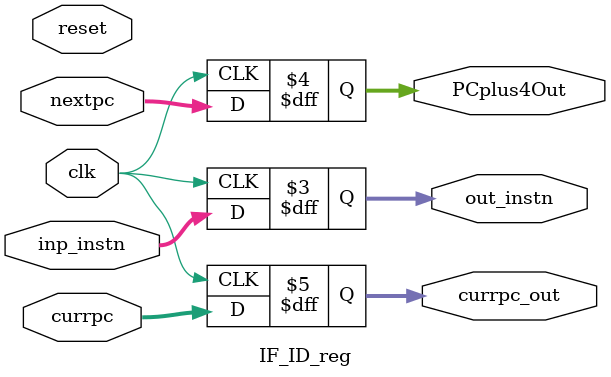
<source format=v>
module IF_ID_reg(currpc, nextpc ,inp_instn ,out_instn ,clk ,PCplus4Out, currpc_out, reset);

  input wire [31:0] inp_instn,nextpc, currpc;
  input clk, reset;
  reg flag_if_id;
  output reg [31:0] out_instn, PCplus4Out, currpc_out;

  always @(posedge reset)
    begin
      flag_if_id = 1'b1;
    end
  always @(posedge clk)
    begin
        out_instn <= inp_instn;
        PCplus4Out <= nextpc;
        currpc_out <= currpc;
    end

endmodule

</source>
